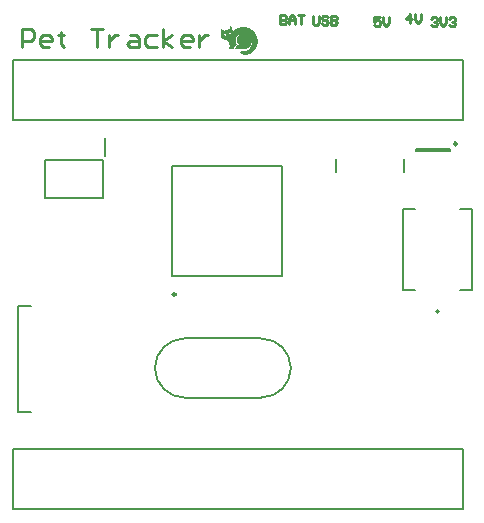
<source format=gto>
G04*
G04 #@! TF.GenerationSoftware,Altium Limited,Altium Designer,22.0.2 (36)*
G04*
G04 Layer_Color=65535*
%FSLAX25Y25*%
%MOIN*%
G70*
G04*
G04 #@! TF.SameCoordinates,5F5B6C63-6FB6-4E28-9BE5-C2605847C7C1*
G04*
G04*
G04 #@! TF.FilePolarity,Positive*
G04*
G01*
G75*
%ADD10C,0.00984*%
%ADD11C,0.00500*%
%ADD12C,0.00787*%
%ADD13C,0.00600*%
%ADD14C,0.01000*%
G36*
X76670Y168498D02*
X76688D01*
Y168461D01*
X76707D01*
Y168423D01*
X76726D01*
Y168386D01*
X76744D01*
Y168331D01*
X76762D01*
Y168294D01*
X76781D01*
Y168257D01*
X76799D01*
Y168201D01*
X76818D01*
Y168165D01*
X76837D01*
Y168128D01*
X76855D01*
Y168090D01*
X76873D01*
Y168035D01*
X76892D01*
Y167998D01*
X76911D01*
Y167961D01*
X76929D01*
Y167924D01*
X76947D01*
Y167868D01*
X76966D01*
Y167832D01*
X76985D01*
Y167795D01*
X77003D01*
Y167739D01*
X77021D01*
Y167702D01*
X77040D01*
Y167665D01*
X77059D01*
Y167628D01*
X77077D01*
Y167572D01*
X77096D01*
Y167535D01*
X77114D01*
Y167499D01*
X77132D01*
Y167443D01*
X77151D01*
Y167406D01*
X77170D01*
Y167369D01*
X77188D01*
Y167332D01*
X77206D01*
Y167277D01*
X77225D01*
Y167239D01*
X77244D01*
Y167202D01*
X77262D01*
Y167166D01*
X77280D01*
Y167110D01*
X77299D01*
Y167092D01*
X77336D01*
Y167073D01*
X77355D01*
Y167054D01*
X77391D01*
Y167036D01*
X77429D01*
Y167017D01*
X77447D01*
Y166999D01*
X77484D01*
Y166981D01*
X77503D01*
Y166962D01*
X77521D01*
Y166944D01*
X77558D01*
Y166925D01*
X77577D01*
Y166906D01*
X77614D01*
Y166925D01*
X77632D01*
Y166944D01*
X77650D01*
Y166962D01*
X77669D01*
Y166981D01*
X77688D01*
Y166999D01*
X77706D01*
Y167017D01*
X77724D01*
Y167036D01*
X77762D01*
Y167054D01*
X77780D01*
Y167073D01*
X77798D01*
Y167092D01*
X77817D01*
Y167110D01*
X77854D01*
Y167129D01*
X77873D01*
Y167147D01*
X77891D01*
Y167166D01*
X77909D01*
Y167184D01*
X77947D01*
Y167202D01*
X77965D01*
Y167221D01*
X77983D01*
Y167239D01*
X78021D01*
Y167258D01*
X78039D01*
Y167277D01*
X78057D01*
Y167295D01*
X78095D01*
Y167314D01*
X78113D01*
Y167332D01*
X78150D01*
Y167350D01*
X78168D01*
Y167369D01*
X78206D01*
Y167387D01*
X78224D01*
Y167406D01*
X78261D01*
Y167424D01*
X78298D01*
Y167443D01*
X78316D01*
Y167462D01*
X78354D01*
Y167480D01*
X78372D01*
Y167499D01*
X78409D01*
Y167517D01*
X78446D01*
Y167535D01*
X78483D01*
Y167554D01*
X78501D01*
Y167572D01*
X78539D01*
Y167591D01*
X78575D01*
Y167610D01*
X78613D01*
Y167628D01*
X78649D01*
Y167647D01*
X78686D01*
Y167665D01*
X78724D01*
Y167683D01*
X78760D01*
Y167702D01*
X78798D01*
Y167720D01*
X78834D01*
Y167739D01*
X78872D01*
Y167757D01*
X78927D01*
Y167776D01*
X78964D01*
Y167795D01*
X79001D01*
Y167813D01*
X79057D01*
Y167832D01*
X79093D01*
Y167850D01*
X79149D01*
Y167868D01*
X79204D01*
Y167887D01*
X79242D01*
Y167905D01*
X79297D01*
Y167924D01*
X79352D01*
Y167943D01*
X79426D01*
Y167961D01*
X79482D01*
Y167980D01*
X79537D01*
Y167998D01*
X79611D01*
Y168017D01*
X79685D01*
Y168035D01*
X79760D01*
Y168053D01*
X79852D01*
Y168072D01*
X79944D01*
Y168090D01*
X80055D01*
Y168109D01*
X80185D01*
Y168128D01*
X80333D01*
Y168146D01*
X80573D01*
Y168165D01*
X81073D01*
Y168146D01*
X81314D01*
Y168128D01*
X81462D01*
Y168109D01*
X81591D01*
Y168090D01*
X81702D01*
Y168072D01*
X81795D01*
Y168053D01*
X81887D01*
Y168035D01*
X81961D01*
Y168017D01*
X82035D01*
Y167998D01*
X82109D01*
Y167980D01*
X82165D01*
Y167961D01*
X82220D01*
Y167943D01*
X82275D01*
Y167924D01*
X82349D01*
Y167905D01*
X82405D01*
Y167887D01*
X82442D01*
Y167868D01*
X82498D01*
Y167850D01*
X82553D01*
Y167832D01*
X82590D01*
Y167813D01*
X82645D01*
Y167795D01*
X82683D01*
Y167776D01*
X82738D01*
Y167757D01*
X82775D01*
Y167739D01*
X82812D01*
Y167720D01*
X82849D01*
Y167702D01*
X82886D01*
Y167683D01*
X82923D01*
Y167665D01*
X82960D01*
Y167647D01*
X82997D01*
Y167628D01*
X83034D01*
Y167610D01*
X83071D01*
Y167591D01*
X83108D01*
Y167572D01*
X83145D01*
Y167554D01*
X83182D01*
Y167535D01*
X83201D01*
Y167517D01*
X83237D01*
Y167499D01*
X83275D01*
Y167480D01*
X83293D01*
Y167462D01*
X83330D01*
Y167443D01*
X83367D01*
Y167424D01*
X83385D01*
Y167406D01*
X83422D01*
Y167387D01*
X83441D01*
Y167369D01*
X83478D01*
Y167350D01*
X83496D01*
Y167332D01*
X83534D01*
Y167314D01*
X83552D01*
Y167295D01*
X83589D01*
Y167277D01*
X83608D01*
Y167258D01*
X83626D01*
Y167239D01*
X83663D01*
Y167221D01*
X83681D01*
Y167202D01*
X83700D01*
Y167184D01*
X83737D01*
Y167166D01*
X83755D01*
Y167147D01*
X83774D01*
Y167129D01*
X83811D01*
Y167110D01*
X83829D01*
Y167092D01*
X83848D01*
Y167073D01*
X83867D01*
Y167054D01*
X83885D01*
Y167036D01*
X83922D01*
Y167017D01*
X83941D01*
Y166999D01*
X83959D01*
Y166981D01*
X83978D01*
Y166962D01*
X83996D01*
Y166944D01*
X84014D01*
Y166925D01*
X84033D01*
Y166906D01*
X84070D01*
Y166888D01*
X84088D01*
Y166869D01*
X84107D01*
Y166851D01*
X84126D01*
Y166832D01*
X84144D01*
Y166814D01*
X84162D01*
Y166796D01*
X84181D01*
Y166777D01*
X84200D01*
Y166759D01*
X84218D01*
Y166740D01*
X84237D01*
Y166721D01*
X84255D01*
Y166703D01*
X84273D01*
Y166684D01*
X84292D01*
Y166666D01*
X84311D01*
Y166648D01*
X84329D01*
Y166629D01*
X84347D01*
Y166592D01*
X84366D01*
Y166574D01*
X84385D01*
Y166555D01*
X84403D01*
Y166536D01*
X84421D01*
Y166518D01*
X84440D01*
Y166499D01*
X84459D01*
Y166481D01*
X84477D01*
Y166444D01*
X84496D01*
Y166426D01*
X84514D01*
Y166407D01*
X84532D01*
Y166388D01*
X84551D01*
Y166370D01*
X84570D01*
Y166333D01*
X84588D01*
Y166314D01*
X84606D01*
Y166296D01*
X84625D01*
Y166259D01*
X84644D01*
Y166241D01*
X84662D01*
Y166222D01*
X84680D01*
Y166185D01*
X84699D01*
Y166166D01*
X84718D01*
Y166148D01*
X84736D01*
Y166111D01*
X84755D01*
Y166093D01*
X84773D01*
Y166056D01*
X84791D01*
Y166037D01*
X84810D01*
Y166000D01*
X84829D01*
Y165981D01*
X84847D01*
Y165945D01*
X84865D01*
Y165926D01*
X84884D01*
Y165889D01*
X84903D01*
Y165852D01*
X84921D01*
Y165833D01*
X84939D01*
Y165796D01*
X84958D01*
Y165760D01*
X84977D01*
Y165741D01*
X84995D01*
Y165704D01*
X85014D01*
Y165667D01*
X85032D01*
Y165630D01*
X85050D01*
Y165593D01*
X85069D01*
Y165556D01*
X85088D01*
Y165519D01*
X85106D01*
Y165482D01*
X85124D01*
Y165445D01*
X85143D01*
Y165408D01*
X85162D01*
Y165371D01*
X85180D01*
Y165334D01*
X85198D01*
Y165278D01*
X85217D01*
Y165242D01*
X85236D01*
Y165205D01*
X85254D01*
Y165149D01*
X85273D01*
Y165112D01*
X85291D01*
Y165057D01*
X85309D01*
Y165001D01*
X85328D01*
Y164945D01*
X85347D01*
Y164909D01*
X85365D01*
Y164834D01*
X85383D01*
Y164779D01*
X85402D01*
Y164724D01*
X85421D01*
Y164649D01*
X85439D01*
Y164594D01*
X85457D01*
Y164520D01*
X85476D01*
Y164427D01*
X85495D01*
Y164354D01*
X85513D01*
Y164261D01*
X85532D01*
Y164150D01*
X85550D01*
Y164021D01*
X85568D01*
Y164002D01*
Y163873D01*
X85587D01*
Y163613D01*
X85606D01*
Y163151D01*
X85587D01*
Y162892D01*
X85568D01*
Y162744D01*
X85550D01*
Y162615D01*
X85532D01*
Y162504D01*
X85513D01*
Y162411D01*
X85495D01*
Y162319D01*
X85476D01*
Y162244D01*
X85457D01*
Y162189D01*
X85439D01*
Y162115D01*
X85421D01*
Y162041D01*
X85402D01*
Y161986D01*
X85383D01*
Y161911D01*
X85365D01*
Y161856D01*
X85347D01*
Y161801D01*
X85328D01*
Y161764D01*
X85309D01*
Y161708D01*
X85291D01*
Y161653D01*
X85273D01*
Y161616D01*
X85254D01*
Y161560D01*
X85236D01*
Y161523D01*
X85217D01*
Y161468D01*
X85198D01*
Y161431D01*
X85180D01*
Y161393D01*
X85162D01*
Y161356D01*
X85143D01*
Y161319D01*
X85124D01*
Y161283D01*
X85106D01*
Y161246D01*
X85088D01*
Y161208D01*
X85069D01*
Y161171D01*
X85050D01*
Y161135D01*
X85032D01*
Y161098D01*
X85014D01*
Y161061D01*
X84995D01*
Y161042D01*
X84977D01*
Y161005D01*
X84958D01*
Y160968D01*
X84939D01*
Y160931D01*
X84921D01*
Y160913D01*
X84903D01*
Y160875D01*
X84884D01*
Y160857D01*
X84865D01*
Y160820D01*
X84847D01*
Y160783D01*
X84829D01*
Y160765D01*
X84810D01*
Y160746D01*
X84791D01*
Y160709D01*
X84773D01*
Y160690D01*
X84755D01*
Y160653D01*
X84736D01*
Y160635D01*
X84718D01*
Y160598D01*
X84699D01*
Y160580D01*
X84680D01*
Y160561D01*
X84662D01*
Y160524D01*
X84644D01*
Y160505D01*
X84625D01*
Y160487D01*
X84606D01*
Y160468D01*
X84588D01*
Y160432D01*
X84570D01*
Y160413D01*
X84551D01*
Y160395D01*
X84532D01*
Y160376D01*
X84514D01*
Y160339D01*
X84496D01*
Y160320D01*
X84477D01*
Y160302D01*
X84459D01*
Y160284D01*
X84440D01*
Y160265D01*
X84421D01*
Y160247D01*
X84403D01*
Y160228D01*
X84385D01*
Y160210D01*
X84366D01*
Y160191D01*
X84347D01*
Y160154D01*
X84329D01*
Y160135D01*
X84311D01*
Y160117D01*
X84292D01*
Y160099D01*
X84273D01*
Y160080D01*
X84255D01*
Y160062D01*
X84237D01*
Y160043D01*
X84218D01*
Y160024D01*
X84200D01*
Y160006D01*
X84162D01*
Y159987D01*
X84144D01*
Y159969D01*
X84126D01*
Y159950D01*
X84107D01*
Y159932D01*
X84088D01*
Y159914D01*
X84070D01*
Y159895D01*
X84052D01*
Y159877D01*
X84033D01*
Y159858D01*
X83996D01*
Y159839D01*
X83978D01*
Y159821D01*
X83959D01*
Y159802D01*
X83941D01*
Y159784D01*
X83922D01*
Y159766D01*
X83885D01*
Y159747D01*
X83867D01*
Y159729D01*
X83848D01*
Y159710D01*
X83811D01*
Y159692D01*
X83793D01*
Y159673D01*
X83774D01*
Y159654D01*
X83737D01*
Y159636D01*
X83719D01*
Y159617D01*
X83681D01*
Y159599D01*
X83663D01*
Y159581D01*
X83626D01*
Y159562D01*
X83608D01*
Y159544D01*
X83570D01*
Y159525D01*
X83552D01*
Y159506D01*
X83515D01*
Y159488D01*
X83496D01*
Y159469D01*
X83460D01*
Y159451D01*
X83422D01*
Y159432D01*
X83385D01*
Y159414D01*
X83367D01*
Y159396D01*
X83330D01*
Y159377D01*
X83293D01*
Y159359D01*
X83256D01*
Y159340D01*
X83219D01*
Y159321D01*
X83182D01*
Y159303D01*
X83145D01*
Y159284D01*
X83108D01*
Y159266D01*
X83071D01*
Y159248D01*
X83016D01*
Y159229D01*
X82978D01*
Y159211D01*
X82923D01*
Y159192D01*
X82886D01*
Y159174D01*
X82831D01*
Y159155D01*
X82775D01*
Y159136D01*
X82719D01*
Y159118D01*
X82664D01*
Y159099D01*
X82608D01*
Y159081D01*
X82553D01*
Y159063D01*
X82479D01*
Y159044D01*
X82405D01*
Y159026D01*
X82331D01*
Y159007D01*
X82239D01*
Y158988D01*
X82127D01*
Y158970D01*
X81980D01*
Y158951D01*
X81776D01*
Y158933D01*
X81314D01*
Y158951D01*
X81110D01*
Y158970D01*
X80962D01*
Y158988D01*
X80851D01*
Y159007D01*
X80759D01*
Y159026D01*
X80666D01*
Y159044D01*
X80592D01*
Y159063D01*
X80518D01*
Y159081D01*
X80444D01*
Y159099D01*
X80388D01*
Y159118D01*
X80333D01*
Y159136D01*
X80278D01*
Y159155D01*
X80240D01*
Y159174D01*
X80203D01*
Y159192D01*
X80167D01*
Y159211D01*
X80148D01*
Y159229D01*
X80111D01*
Y159248D01*
X80093D01*
Y159266D01*
X80074D01*
Y159284D01*
X80037D01*
Y159303D01*
X80019D01*
Y159321D01*
X80000D01*
Y159340D01*
X79981D01*
Y159377D01*
X79963D01*
Y159396D01*
X79944D01*
Y159414D01*
X79926D01*
Y159451D01*
X79908D01*
Y159488D01*
X79889D01*
Y159544D01*
X79870D01*
Y159654D01*
X79852D01*
Y159692D01*
X79870D01*
Y159784D01*
X79889D01*
Y159821D01*
X79908D01*
Y159858D01*
X79926D01*
Y159877D01*
X79944D01*
Y159914D01*
X79963D01*
Y159932D01*
X79981D01*
Y159950D01*
X80019D01*
Y159969D01*
X80037D01*
Y159987D01*
X80074D01*
Y160006D01*
X80093D01*
Y160024D01*
X80148D01*
Y160043D01*
X80185D01*
Y160062D01*
X80240D01*
Y160080D01*
X80333D01*
Y160099D01*
X81203D01*
Y160117D01*
X81350D01*
Y160135D01*
X81443D01*
Y160154D01*
X81536D01*
Y160172D01*
X81609D01*
Y160191D01*
X81665D01*
Y160210D01*
X81721D01*
Y160228D01*
X81776D01*
Y160247D01*
X81832D01*
Y160265D01*
X81887D01*
Y160284D01*
X81924D01*
Y160302D01*
X81980D01*
Y160320D01*
X82016D01*
Y160339D01*
X82054D01*
Y160357D01*
X82091D01*
Y160376D01*
X82127D01*
Y160395D01*
X82165D01*
Y160413D01*
X82201D01*
Y160432D01*
X82239D01*
Y160450D01*
X82257D01*
Y160468D01*
X82294D01*
Y160487D01*
X82331D01*
Y160505D01*
X82349D01*
Y160524D01*
X82386D01*
Y160543D01*
X82405D01*
Y160561D01*
X82442D01*
Y160580D01*
X82460D01*
Y160598D01*
X82479D01*
Y160617D01*
X82516D01*
Y160635D01*
X82534D01*
Y160653D01*
X82553D01*
Y160672D01*
X82590D01*
Y160690D01*
X82608D01*
Y160709D01*
X82627D01*
Y160728D01*
X82645D01*
Y160746D01*
X82664D01*
Y160765D01*
X82683D01*
Y160783D01*
X82719D01*
Y160820D01*
X82757D01*
Y160838D01*
X82775D01*
Y160857D01*
X82793D01*
Y160875D01*
X82812D01*
Y160894D01*
X82831D01*
Y160913D01*
X82849D01*
Y160950D01*
X82867D01*
Y160968D01*
X82886D01*
Y160986D01*
X82904D01*
Y161005D01*
X82923D01*
Y161023D01*
X82942D01*
Y161042D01*
X82960D01*
Y161061D01*
X82978D01*
Y161098D01*
X82997D01*
Y161116D01*
X83016D01*
Y161135D01*
X83034D01*
Y161153D01*
X83052D01*
Y161190D01*
X83071D01*
Y161208D01*
X83090D01*
Y161246D01*
X83108D01*
Y161264D01*
X83126D01*
Y161283D01*
X83145D01*
Y161319D01*
X83163D01*
Y161356D01*
X83182D01*
Y161375D01*
X83201D01*
Y161412D01*
X83219D01*
Y161449D01*
X83237D01*
Y161468D01*
X83256D01*
Y161504D01*
X83275D01*
Y161541D01*
X83293D01*
Y161579D01*
X83311D01*
Y161616D01*
X83330D01*
Y161653D01*
X83349D01*
Y161689D01*
X83367D01*
Y161745D01*
X83385D01*
Y161782D01*
X83404D01*
Y161837D01*
X83422D01*
Y161874D01*
X83441D01*
Y161930D01*
X83460D01*
Y161986D01*
X83478D01*
Y162059D01*
X83496D01*
Y162134D01*
X83515D01*
Y162207D01*
X83534D01*
Y162282D01*
X83552D01*
Y162392D01*
X83570D01*
Y162559D01*
X83589D01*
Y162892D01*
X83570D01*
Y162800D01*
X83552D01*
Y162725D01*
X83534D01*
Y162670D01*
X83515D01*
Y162615D01*
X83496D01*
Y162540D01*
X83478D01*
Y162504D01*
X83460D01*
Y162448D01*
X83441D01*
Y162411D01*
X83422D01*
Y162355D01*
X83404D01*
Y162319D01*
X83385D01*
Y162282D01*
X83367D01*
Y162244D01*
X83349D01*
Y162207D01*
X83330D01*
Y162171D01*
X83311D01*
Y162134D01*
X83293D01*
Y162097D01*
X83275D01*
Y162059D01*
X83256D01*
Y162041D01*
X83237D01*
Y162004D01*
X83219D01*
Y161967D01*
X83201D01*
Y161949D01*
X83182D01*
Y161911D01*
X83163D01*
Y161893D01*
X83145D01*
Y161856D01*
X83126D01*
Y161837D01*
X83108D01*
Y161819D01*
X83090D01*
Y161782D01*
X83071D01*
Y161764D01*
X83052D01*
Y161745D01*
X83034D01*
Y161708D01*
X83016D01*
Y161689D01*
X82997D01*
Y161671D01*
X82978D01*
Y161653D01*
X82960D01*
Y161634D01*
X82942D01*
Y161616D01*
X82923D01*
Y161579D01*
X82904D01*
Y161560D01*
X82886D01*
Y161541D01*
X82867D01*
Y161523D01*
X82849D01*
Y161504D01*
X82831D01*
Y161486D01*
X82812D01*
Y161468D01*
X82793D01*
Y161449D01*
X82775D01*
Y161431D01*
X82757D01*
Y161412D01*
X82738D01*
Y161393D01*
X82701D01*
Y161375D01*
X82683D01*
Y161356D01*
X82664D01*
Y161338D01*
X82645D01*
Y161319D01*
X82627D01*
Y161301D01*
X82608D01*
Y161283D01*
X82572D01*
Y161264D01*
X82553D01*
Y161246D01*
X82534D01*
Y161227D01*
X82498D01*
Y161208D01*
X82479D01*
Y161190D01*
X82442D01*
Y161171D01*
X82424D01*
Y161153D01*
X82405D01*
Y161135D01*
X82368D01*
Y161116D01*
X82331D01*
Y161098D01*
X82313D01*
Y161079D01*
X82275D01*
Y161061D01*
X82239D01*
Y161042D01*
X82220D01*
Y161023D01*
X82183D01*
Y161005D01*
X82146D01*
Y160986D01*
X82109D01*
Y160968D01*
X78113D01*
Y161079D01*
X78132D01*
Y161153D01*
X78150D01*
Y161208D01*
X78168D01*
Y161264D01*
X78187D01*
Y161301D01*
X78206D01*
Y161338D01*
X78224D01*
Y161375D01*
X78242D01*
Y161412D01*
X78261D01*
Y161449D01*
X78280D01*
Y161486D01*
X78298D01*
Y161504D01*
X78316D01*
Y161541D01*
X78335D01*
Y161560D01*
X78354D01*
Y161597D01*
X78372D01*
Y161616D01*
X78391D01*
Y161634D01*
X78409D01*
Y161653D01*
X78427D01*
Y161671D01*
X78446D01*
Y161689D01*
X78465D01*
Y161726D01*
X78483D01*
Y161745D01*
X78520D01*
Y161764D01*
X78539D01*
Y161782D01*
X78557D01*
Y161801D01*
X78575D01*
Y161819D01*
X78594D01*
Y161837D01*
X78613D01*
Y161856D01*
X78649D01*
Y161874D01*
X78668D01*
Y161893D01*
X78705D01*
Y161911D01*
X78724D01*
Y161930D01*
X78760D01*
Y161949D01*
X78798D01*
Y161967D01*
X78834D01*
Y161986D01*
X78853D01*
Y162004D01*
X78908D01*
Y162022D01*
X78945D01*
Y162041D01*
X79001D01*
Y162059D01*
X79057D01*
Y162078D01*
X79131D01*
Y162097D01*
X79223D01*
Y162115D01*
X79371D01*
Y162134D01*
X79352D01*
Y162152D01*
X79334D01*
Y162189D01*
X79316D01*
Y162207D01*
X79297D01*
Y162226D01*
X79278D01*
Y162244D01*
X79260D01*
Y162263D01*
X79242D01*
Y162300D01*
X79223D01*
Y162319D01*
X79204D01*
Y162337D01*
X79186D01*
Y162374D01*
X79167D01*
Y162392D01*
X79149D01*
Y162411D01*
X79131D01*
Y162448D01*
X79112D01*
Y162467D01*
X79093D01*
Y162504D01*
X79075D01*
Y162540D01*
X79057D01*
Y162559D01*
X79038D01*
Y162596D01*
X79019D01*
Y162633D01*
X79001D01*
Y162670D01*
X78983D01*
Y162707D01*
X78964D01*
Y162744D01*
X78945D01*
Y162781D01*
X78927D01*
Y162818D01*
X78908D01*
Y162855D01*
X78890D01*
Y162910D01*
X78872D01*
Y162947D01*
X78853D01*
Y163003D01*
X78834D01*
Y163058D01*
X78816D01*
Y163114D01*
X78798D01*
Y163188D01*
X78779D01*
Y163262D01*
X78760D01*
Y163355D01*
X78742D01*
Y163447D01*
X78724D01*
Y163613D01*
X78705D01*
Y164058D01*
X78724D01*
Y164206D01*
X78742D01*
Y164316D01*
X78760D01*
Y164409D01*
X78779D01*
Y164464D01*
X78798D01*
Y164539D01*
X78816D01*
Y164594D01*
X78834D01*
Y164649D01*
X78853D01*
Y164705D01*
X78872D01*
Y164760D01*
X78890D01*
Y164797D01*
X78908D01*
Y164834D01*
X78927D01*
Y164890D01*
X78945D01*
Y164927D01*
X78964D01*
Y164964D01*
X78983D01*
Y165001D01*
X79001D01*
Y165020D01*
X79019D01*
Y165057D01*
X79038D01*
Y165094D01*
X79057D01*
Y165130D01*
X79075D01*
Y165149D01*
X79093D01*
Y165186D01*
X79112D01*
Y165205D01*
X79131D01*
Y165242D01*
X79149D01*
Y165260D01*
X79167D01*
Y165297D01*
X79186D01*
Y165315D01*
X79204D01*
Y165334D01*
X79223D01*
Y165371D01*
X79242D01*
Y165390D01*
X79260D01*
Y165408D01*
X79278D01*
Y165427D01*
X79297D01*
Y165463D01*
X79316D01*
Y165482D01*
X79334D01*
Y165500D01*
X79352D01*
Y165519D01*
X79371D01*
Y165538D01*
X79390D01*
Y165556D01*
X79408D01*
Y165575D01*
X79426D01*
Y165593D01*
X79445D01*
Y165612D01*
X79463D01*
Y165630D01*
X79482D01*
Y165648D01*
X79501D01*
Y165667D01*
X79519D01*
Y165685D01*
X79537D01*
Y165704D01*
X79556D01*
Y165723D01*
X79575D01*
Y165741D01*
X79611D01*
Y165760D01*
X79630D01*
Y165778D01*
X79649D01*
Y165796D01*
X79667D01*
Y165815D01*
X79704D01*
Y165833D01*
X79722D01*
Y165852D01*
X79741D01*
Y165870D01*
X79778D01*
Y165889D01*
X79796D01*
Y165908D01*
X79834D01*
Y165926D01*
X79852D01*
Y165945D01*
X79889D01*
Y165963D01*
X79926D01*
Y165981D01*
X79963D01*
Y166000D01*
X80000D01*
Y166018D01*
X80019D01*
Y166037D01*
X79981D01*
Y166018D01*
X79944D01*
Y166000D01*
X79889D01*
Y165981D01*
X79852D01*
Y165963D01*
X79815D01*
Y165945D01*
X79760D01*
Y165926D01*
X79722D01*
Y165908D01*
X79685D01*
Y165889D01*
X79649D01*
Y165870D01*
X79611D01*
Y165852D01*
X79593D01*
Y165833D01*
X79556D01*
Y165815D01*
X79519D01*
Y165796D01*
X79482D01*
Y165778D01*
X79463D01*
Y165760D01*
X79426D01*
Y165741D01*
X79408D01*
Y165723D01*
X79371D01*
Y165704D01*
X79352D01*
Y165685D01*
X79334D01*
Y165667D01*
X79297D01*
Y165648D01*
X79278D01*
Y165630D01*
X79260D01*
Y165612D01*
X79223D01*
Y165593D01*
X79204D01*
Y165575D01*
X79186D01*
Y165556D01*
X79167D01*
Y165538D01*
X79149D01*
Y165519D01*
X79131D01*
Y165500D01*
X79112D01*
Y165482D01*
X79093D01*
Y165463D01*
X79075D01*
Y165445D01*
X79038D01*
Y165427D01*
X79019D01*
Y165390D01*
X79001D01*
Y165371D01*
X78983D01*
Y165352D01*
X78964D01*
Y165334D01*
X78945D01*
Y165315D01*
X78927D01*
Y165297D01*
X78908D01*
Y165278D01*
X78890D01*
Y165260D01*
X78872D01*
Y165223D01*
X78853D01*
Y165205D01*
X78834D01*
Y165186D01*
X78816D01*
Y165149D01*
X78798D01*
Y165130D01*
X78779D01*
Y165112D01*
X78760D01*
Y165075D01*
X78742D01*
Y165057D01*
X78724D01*
Y165020D01*
X78705D01*
Y165001D01*
X78686D01*
Y164964D01*
X78668D01*
Y164927D01*
X78649D01*
Y164909D01*
X78631D01*
Y164872D01*
X78613D01*
Y164834D01*
X78594D01*
Y164797D01*
X78575D01*
Y164760D01*
X78557D01*
Y164724D01*
X78539D01*
Y164687D01*
X78520D01*
Y164631D01*
X78501D01*
Y164594D01*
X78483D01*
Y164539D01*
X78465D01*
Y164502D01*
X78446D01*
Y164446D01*
X78427D01*
Y164391D01*
X78409D01*
Y164316D01*
X78391D01*
Y164242D01*
X78372D01*
Y164169D01*
X78354D01*
Y164058D01*
X78335D01*
Y163909D01*
X78316D01*
Y163428D01*
X78335D01*
Y163280D01*
X78354D01*
Y163188D01*
X78372D01*
Y163095D01*
X78391D01*
Y163022D01*
X78409D01*
Y162947D01*
X78427D01*
Y162892D01*
X78446D01*
Y162837D01*
X78465D01*
Y162800D01*
X78483D01*
Y162744D01*
X78501D01*
Y162689D01*
X78520D01*
Y162652D01*
X78539D01*
Y162615D01*
X78557D01*
Y162577D01*
X78575D01*
Y162540D01*
X78594D01*
Y162504D01*
X78613D01*
Y162467D01*
X78631D01*
Y162429D01*
X78649D01*
Y162411D01*
X78668D01*
Y162374D01*
X78686D01*
Y162337D01*
X78705D01*
Y162300D01*
X78686D01*
Y162282D01*
X78649D01*
Y162263D01*
X78613D01*
Y162244D01*
X78575D01*
Y162226D01*
X78557D01*
Y162207D01*
X78520D01*
Y162189D01*
X78501D01*
Y162171D01*
X78465D01*
Y162152D01*
X78446D01*
Y162134D01*
X78409D01*
Y162115D01*
X78391D01*
Y162097D01*
X78372D01*
Y162078D01*
X78354D01*
Y162059D01*
X78335D01*
Y162041D01*
X78298D01*
Y162022D01*
X78280D01*
Y162004D01*
X78261D01*
Y161986D01*
X78242D01*
Y161967D01*
X78224D01*
Y161949D01*
X78206D01*
Y161930D01*
X78187D01*
Y161911D01*
X78168D01*
Y161874D01*
X78150D01*
Y161856D01*
X78132D01*
Y161837D01*
X78113D01*
Y161819D01*
X78095D01*
Y161801D01*
X78076D01*
Y161764D01*
X78057D01*
Y161745D01*
X78039D01*
Y161708D01*
X78021D01*
Y161689D01*
X78002D01*
Y161653D01*
X77983D01*
Y161634D01*
X77965D01*
Y161597D01*
X77947D01*
Y161560D01*
X77928D01*
Y161523D01*
X77909D01*
Y161486D01*
X77891D01*
Y161449D01*
X77873D01*
Y161393D01*
X77854D01*
Y161338D01*
X77836D01*
Y161301D01*
X77817D01*
Y161227D01*
X77798D01*
Y161153D01*
X77780D01*
Y161061D01*
X77762D01*
Y160968D01*
X75911D01*
Y161061D01*
X75930D01*
Y161135D01*
X75949D01*
Y161208D01*
X75967D01*
Y161246D01*
X75985D01*
Y161301D01*
X76004D01*
Y161338D01*
X76022D01*
Y161375D01*
X76041D01*
Y161412D01*
X76060D01*
Y161449D01*
X76078D01*
Y161486D01*
X76096D01*
Y161504D01*
X76115D01*
Y161541D01*
X76134D01*
Y161560D01*
X76152D01*
Y161579D01*
X76170D01*
Y161616D01*
X76189D01*
Y161634D01*
X76208D01*
Y161653D01*
X76226D01*
Y161671D01*
X76244D01*
Y161689D01*
X76263D01*
Y161708D01*
X76281D01*
Y161726D01*
X76300D01*
Y161745D01*
X76319D01*
Y161856D01*
X76300D01*
Y161949D01*
X76281D01*
Y162022D01*
X76263D01*
Y162097D01*
X76244D01*
Y162189D01*
X76226D01*
Y162263D01*
X76208D01*
Y162319D01*
X76189D01*
Y162392D01*
X76170D01*
Y162448D01*
X76152D01*
Y162504D01*
X76134D01*
Y162559D01*
X76115D01*
Y162596D01*
X76096D01*
Y162652D01*
X76078D01*
Y162689D01*
X76060D01*
Y162744D01*
X76041D01*
Y162781D01*
X76022D01*
Y162818D01*
X76004D01*
Y162855D01*
X75985D01*
Y162892D01*
X75967D01*
Y162929D01*
X75949D01*
Y162966D01*
X75930D01*
Y162985D01*
X75911D01*
Y163022D01*
X75893D01*
Y163058D01*
X75875D01*
Y163077D01*
X75856D01*
Y163114D01*
X75837D01*
Y163133D01*
X75819D01*
Y163170D01*
X75801D01*
Y163188D01*
X75782D01*
Y163207D01*
X75763D01*
Y163243D01*
X75745D01*
Y163262D01*
X75726D01*
Y163280D01*
X75708D01*
Y163299D01*
X75690D01*
Y163318D01*
X75671D01*
Y163336D01*
X75652D01*
Y163355D01*
X75634D01*
Y163373D01*
X75616D01*
Y163391D01*
X75597D01*
Y163410D01*
X75578D01*
Y163428D01*
X75560D01*
Y163447D01*
X75542D01*
Y163465D01*
X75523D01*
Y163484D01*
X75504D01*
Y163503D01*
X75486D01*
Y163521D01*
X75449D01*
Y163540D01*
X75431D01*
Y163558D01*
X75412D01*
Y163576D01*
X75375D01*
Y163595D01*
X75357D01*
Y163613D01*
X75338D01*
Y163632D01*
X75301D01*
Y163651D01*
X75264D01*
Y163669D01*
X75245D01*
Y163688D01*
X75208D01*
Y163706D01*
X75172D01*
Y163725D01*
X75134D01*
Y163743D01*
X75116D01*
Y163761D01*
X75060D01*
Y163780D01*
X75024D01*
Y163798D01*
X74986D01*
Y163817D01*
X74950D01*
Y163836D01*
X74894D01*
Y163854D01*
X74839D01*
Y163873D01*
X74783D01*
Y163891D01*
X74727D01*
Y163909D01*
X74672D01*
Y163928D01*
X74598D01*
Y163946D01*
X74524D01*
Y163965D01*
X74450D01*
Y163984D01*
X74395D01*
Y164002D01*
X74339D01*
Y164021D01*
X74283D01*
Y164039D01*
X74228D01*
Y164058D01*
X74191D01*
Y164076D01*
X74136D01*
Y164094D01*
X74098D01*
Y164113D01*
X74062D01*
Y164131D01*
X74024D01*
Y164150D01*
X73988D01*
Y164169D01*
X73950D01*
Y164187D01*
X73932D01*
Y164206D01*
X73895D01*
Y164224D01*
X73877D01*
Y164242D01*
X73839D01*
Y164261D01*
X73821D01*
Y164279D01*
X73784D01*
Y164298D01*
X73765D01*
Y164316D01*
X73747D01*
Y164335D01*
X73710D01*
Y164354D01*
X73691D01*
Y164372D01*
X73673D01*
Y164391D01*
X73655D01*
Y164409D01*
X73636D01*
Y164427D01*
X73618D01*
Y164446D01*
X73599D01*
Y164464D01*
X73580D01*
Y164483D01*
X73562D01*
Y164502D01*
X73544D01*
Y164520D01*
X73525D01*
Y164557D01*
X73506D01*
Y164576D01*
X73488D01*
Y164594D01*
X73470D01*
Y164631D01*
X73451D01*
Y164649D01*
X73432D01*
Y164687D01*
X73414D01*
Y164724D01*
X73396D01*
Y164742D01*
X73377D01*
Y164779D01*
X73359D01*
Y164834D01*
X73340D01*
Y164872D01*
X73321D01*
Y164927D01*
X73303D01*
Y164982D01*
X73285D01*
Y165057D01*
X73266D01*
Y165186D01*
X73247D01*
Y165408D01*
X73266D01*
Y165538D01*
X73285D01*
Y165612D01*
X73303D01*
Y165685D01*
X73321D01*
Y165741D01*
X73340D01*
Y165796D01*
X73359D01*
Y165833D01*
X73377D01*
Y165889D01*
X73396D01*
Y165926D01*
X73414D01*
Y165963D01*
X73432D01*
Y166000D01*
X73451D01*
Y166018D01*
X73470D01*
Y166056D01*
X73488D01*
Y166241D01*
X73470D01*
Y166407D01*
X73451D01*
Y166574D01*
X73432D01*
Y166740D01*
X73414D01*
Y166906D01*
X73396D01*
Y167073D01*
X73377D01*
Y167239D01*
X73359D01*
Y167424D01*
X73340D01*
Y167572D01*
X73321D01*
Y167610D01*
X73340D01*
Y167647D01*
X73432D01*
Y167628D01*
X73470D01*
Y167610D01*
X73488D01*
Y167591D01*
X73506D01*
Y167572D01*
X73544D01*
Y167554D01*
X73562D01*
Y167535D01*
X73599D01*
Y167517D01*
X73618D01*
Y167499D01*
X73636D01*
Y167480D01*
X73673D01*
Y167462D01*
X73691D01*
Y167443D01*
X73710D01*
Y167424D01*
X73747D01*
Y167406D01*
X73765D01*
Y167387D01*
X73784D01*
Y167369D01*
X73821D01*
Y167350D01*
X73839D01*
Y167332D01*
X73877D01*
Y167314D01*
X73895D01*
Y167295D01*
X73914D01*
Y167277D01*
X73950D01*
Y167258D01*
X73969D01*
Y167239D01*
X73988D01*
Y167221D01*
X74024D01*
Y167202D01*
X74043D01*
Y167184D01*
X74062D01*
Y167166D01*
X74098D01*
Y167147D01*
X74117D01*
Y167129D01*
X74154D01*
Y167110D01*
X74173D01*
Y167092D01*
X74191D01*
Y167073D01*
X74228D01*
Y167054D01*
X74247D01*
Y167036D01*
X74265D01*
Y167017D01*
X74302D01*
Y166999D01*
X74321D01*
Y166981D01*
X74339D01*
Y166962D01*
X74376D01*
Y166944D01*
X74395D01*
Y166925D01*
X74432D01*
Y166944D01*
X74468D01*
Y166962D01*
X74506D01*
Y166981D01*
X74542D01*
Y166999D01*
X74580D01*
Y167017D01*
X74616D01*
Y167036D01*
X74654D01*
Y167054D01*
X74691D01*
Y167073D01*
X74727D01*
Y167092D01*
X74783D01*
Y167110D01*
X74820D01*
Y167129D01*
X74875D01*
Y167147D01*
X74913D01*
Y167166D01*
X74968D01*
Y167184D01*
X75024D01*
Y167202D01*
X75079D01*
Y167221D01*
X75153D01*
Y167239D01*
X75208D01*
Y167258D01*
X75283D01*
Y167277D01*
X75357D01*
Y167295D01*
X75449D01*
Y167314D01*
X75542D01*
Y167332D01*
X75671D01*
Y167350D01*
X75837D01*
Y167369D01*
X76078D01*
Y167387D01*
X76096D01*
Y167424D01*
X76115D01*
Y167462D01*
X76134D01*
Y167517D01*
X76152D01*
Y167554D01*
X76170D01*
Y167591D01*
X76189D01*
Y167628D01*
X76208D01*
Y167683D01*
X76226D01*
Y167720D01*
X76244D01*
Y167757D01*
X76263D01*
Y167813D01*
X76281D01*
Y167850D01*
X76300D01*
Y167887D01*
X76319D01*
Y167924D01*
X76337D01*
Y167980D01*
X76355D01*
Y168017D01*
X76374D01*
Y168053D01*
X76393D01*
Y168090D01*
X76411D01*
Y168146D01*
X76429D01*
Y168183D01*
X76448D01*
Y168220D01*
X76467D01*
Y168275D01*
X76485D01*
Y168313D01*
X76503D01*
Y168350D01*
X76522D01*
Y168386D01*
X76540D01*
Y168442D01*
X76559D01*
Y168461D01*
X76578D01*
Y168498D01*
X76596D01*
Y168516D01*
X76670D01*
Y168498D01*
D02*
G37*
%LPC*%
G36*
X76485Y166333D02*
X76467D01*
Y166314D01*
X76374D01*
Y166296D01*
X76337D01*
Y166278D01*
X76300D01*
Y166259D01*
X76281D01*
Y166241D01*
X76263D01*
Y166222D01*
X76244D01*
Y166203D01*
X76226D01*
Y166166D01*
X76208D01*
Y166130D01*
X76189D01*
Y165963D01*
X76208D01*
Y165908D01*
X76226D01*
Y165889D01*
X76244D01*
Y165870D01*
Y165852D01*
X76263D01*
Y165833D01*
X76300D01*
Y165815D01*
X76319D01*
Y165796D01*
X76355D01*
Y165778D01*
X76393D01*
Y165760D01*
X76540D01*
Y165778D01*
X76596D01*
Y165796D01*
X76614D01*
Y165815D01*
X76652D01*
Y165833D01*
X76670D01*
Y165852D01*
X76688D01*
Y165870D01*
X76707D01*
Y165908D01*
X76726D01*
Y165945D01*
X76744D01*
Y166130D01*
X76726D01*
Y166185D01*
X76707D01*
Y166203D01*
X76688D01*
Y166222D01*
X76670D01*
Y166241D01*
X76652D01*
Y166259D01*
X76633D01*
Y166278D01*
X76614D01*
Y166296D01*
X76578D01*
Y166314D01*
X76485D01*
Y166333D01*
D02*
G37*
G36*
X74765Y165870D02*
X74727D01*
Y165852D01*
X74635D01*
Y165833D01*
X74598D01*
Y165815D01*
X74580D01*
Y165796D01*
X74542D01*
Y165778D01*
X74524D01*
Y165741D01*
X74506D01*
Y165723D01*
X74487D01*
Y165685D01*
X74468D01*
Y165630D01*
Y165612D01*
Y165482D01*
X74487D01*
Y165445D01*
X74506D01*
Y165408D01*
X74524D01*
Y165390D01*
X74542D01*
Y165371D01*
X74561D01*
Y165352D01*
X74598D01*
Y165334D01*
X74616D01*
Y165315D01*
X74672D01*
Y165297D01*
X74801D01*
Y165315D01*
X74857D01*
Y165334D01*
X74894D01*
Y165352D01*
X74913D01*
Y165371D01*
X74931D01*
Y165390D01*
X74950D01*
Y165408D01*
X74968D01*
Y165427D01*
X74986D01*
Y165463D01*
X75005D01*
Y165500D01*
X75024D01*
Y165648D01*
X75005D01*
Y165704D01*
X74986D01*
Y165741D01*
X74968D01*
Y165760D01*
X74950D01*
Y165778D01*
X74931D01*
Y165796D01*
X74913D01*
Y165815D01*
X74875D01*
Y165833D01*
X74839D01*
Y165852D01*
X74765D01*
Y165870D01*
D02*
G37*
%LPD*%
D10*
X58276Y78992D02*
G03*
X58276Y78992I-492J0D01*
G01*
X151992Y129215D02*
G03*
X151992Y129215I-492J0D01*
G01*
D11*
X96638Y54500D02*
G03*
X86795Y64342I-9843J0D01*
G01*
Y44657D02*
G03*
X96638Y54500I0J9843D01*
G01*
X61205Y64342D02*
G03*
X51362Y54500I0J-9843D01*
G01*
D02*
G03*
X61205Y44657I9843J0D01*
G01*
Y64342D02*
X86795D01*
X61205Y44657D02*
X86795D01*
X133876Y80506D02*
X138098D01*
X152902D02*
X157124D01*
X133876Y107494D02*
X138098D01*
X152902D02*
X157124D01*
Y80506D02*
Y107494D01*
X133876Y80506D02*
Y107494D01*
D12*
X145894Y73331D02*
G03*
X145894Y73331I-394J0D01*
G01*
X5614Y39902D02*
X10142D01*
X5614D02*
Y75098D01*
X10142D01*
X153941Y137303D02*
Y157303D01*
X3941Y137303D02*
Y157303D01*
Y137303D02*
X153941D01*
X3941Y157303D02*
X153941D01*
X57193Y85193D02*
Y121807D01*
X93807D01*
Y85193D02*
Y121807D01*
X57193Y85193D02*
X93807D01*
X149709Y127001D02*
Y127428D01*
X138291D02*
X149709D01*
X138291Y127001D02*
Y127428D01*
Y127001D02*
X149709D01*
X3941Y7382D02*
X153941D01*
X3941Y27382D02*
X153941D01*
Y7382D02*
Y27382D01*
X3941Y7382D02*
Y27382D01*
X34146Y111201D02*
Y123799D01*
X14854Y111201D02*
X34146D01*
X14854D02*
Y123799D01*
X34146D01*
X34756Y125177D02*
Y131181D01*
D13*
X134350Y119861D02*
Y124139D01*
X111650Y119861D02*
Y124139D01*
D14*
X7000Y161500D02*
Y167498D01*
X9999D01*
X10999Y166498D01*
Y164499D01*
X9999Y163499D01*
X7000D01*
X15997Y161500D02*
X13998D01*
X12998Y162500D01*
Y164499D01*
X13998Y165499D01*
X15997D01*
X16997Y164499D01*
Y163499D01*
X12998D01*
X19996Y166498D02*
Y165499D01*
X18996D01*
X20996D01*
X19996D01*
Y162500D01*
X20996Y161500D01*
X29993Y167498D02*
X33991D01*
X31992D01*
Y161500D01*
X35991Y165499D02*
Y161500D01*
Y163499D01*
X36990Y164499D01*
X37990Y165499D01*
X38990D01*
X42988D02*
X44988D01*
X45987Y164499D01*
Y161500D01*
X42988D01*
X41989Y162500D01*
X42988Y163499D01*
X45987D01*
X51986Y165499D02*
X48986D01*
X47987Y164499D01*
Y162500D01*
X48986Y161500D01*
X51986D01*
X53985D02*
Y167498D01*
Y163499D02*
X56984Y165499D01*
X53985Y163499D02*
X56984Y161500D01*
X62982D02*
X60983D01*
X59983Y162500D01*
Y164499D01*
X60983Y165499D01*
X62982D01*
X63982Y164499D01*
Y163499D01*
X59983D01*
X65981Y165499D02*
Y161500D01*
Y163499D01*
X66981Y164499D01*
X67980Y165499D01*
X68980D01*
X93195Y172019D02*
Y169020D01*
X94694D01*
X95194Y169520D01*
Y170020D01*
X94694Y170520D01*
X93195D01*
X94694D01*
X95194Y171020D01*
Y171520D01*
X94694Y172019D01*
X93195D01*
X96193Y169020D02*
Y171020D01*
X97193Y172019D01*
X98193Y171020D01*
Y169020D01*
Y170520D01*
X96193D01*
X99193Y172019D02*
X101192D01*
X100192D01*
Y169020D01*
X136500Y169501D02*
Y172500D01*
X135001Y171000D01*
X137000D01*
X138000Y172500D02*
Y170500D01*
X138999Y169501D01*
X139999Y170500D01*
Y172500D01*
X126500Y171500D02*
X124501D01*
Y170000D01*
X125501Y170500D01*
X126000D01*
X126500Y170000D01*
Y169000D01*
X126000Y168500D01*
X125001D01*
X124501Y169000D01*
X127500Y171500D02*
Y169500D01*
X128499Y168500D01*
X129499Y169500D01*
Y171500D01*
X143501Y171000D02*
X144001Y171500D01*
X145001D01*
X145501Y171000D01*
Y170500D01*
X145001Y170000D01*
X144501D01*
X145001D01*
X145501Y169500D01*
Y169000D01*
X145001Y168500D01*
X144001D01*
X143501Y169000D01*
X146500Y171500D02*
Y169500D01*
X147500Y168500D01*
X148500Y169500D01*
Y171500D01*
X149499Y171000D02*
X149999Y171500D01*
X150999D01*
X151499Y171000D01*
Y170500D01*
X150999Y170000D01*
X150499D01*
X150999D01*
X151499Y169500D01*
Y169000D01*
X150999Y168500D01*
X149999D01*
X149499Y169000D01*
X104001Y172000D02*
Y169500D01*
X104501Y169000D01*
X105501D01*
X106001Y169500D01*
Y172000D01*
X109000Y171500D02*
X108500Y172000D01*
X107500D01*
X107000Y171500D01*
Y171000D01*
X107500Y170500D01*
X108500D01*
X109000Y170000D01*
Y169500D01*
X108500Y169000D01*
X107500D01*
X107000Y169500D01*
X109999Y172000D02*
Y169000D01*
X111499D01*
X111999Y169500D01*
Y170000D01*
X111499Y170500D01*
X109999D01*
X111499D01*
X111999Y171000D01*
Y171500D01*
X111499Y172000D01*
X109999D01*
M02*

</source>
